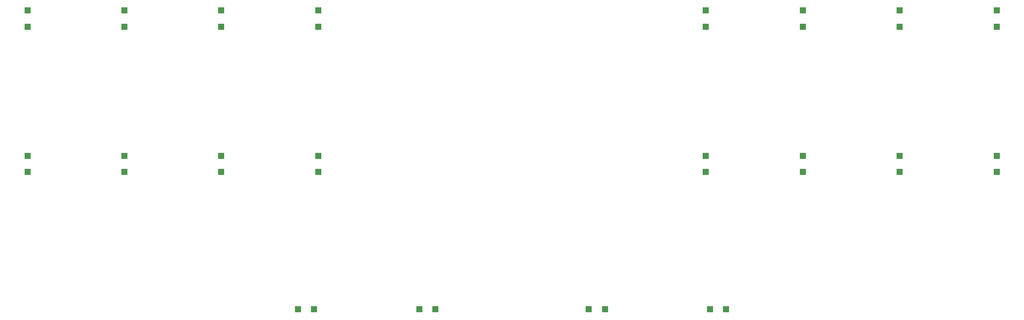
<source format=gtp>
%TF.GenerationSoftware,KiCad,Pcbnew,(6.0.0)*%
%TF.CreationDate,2022-01-10T09:23:07+09:00*%
%TF.ProjectId,orca_pcb,6f726361-5f70-4636-922e-6b696361645f,rev?*%
%TF.SameCoordinates,Original*%
%TF.FileFunction,Paste,Top*%
%TF.FilePolarity,Positive*%
%FSLAX46Y46*%
G04 Gerber Fmt 4.6, Leading zero omitted, Abs format (unit mm)*
G04 Created by KiCad (PCBNEW (6.0.0)) date 2022-01-10 09:23:07*
%MOMM*%
%LPD*%
G01*
G04 APERTURE LIST*
%ADD10R,1.200000X1.200000*%
G04 APERTURE END LIST*
D10*
%TO.C,D25*%
X142955000Y6000000D03*
X139805000Y6000000D03*
%TD*%
%TO.C,D24*%
X119205000Y6000000D03*
X116055000Y6000000D03*
%TD*%
%TO.C,D23*%
X85955000Y6000000D03*
X82805000Y6000000D03*
%TD*%
%TO.C,D22*%
X62205000Y6000000D03*
X59055000Y6000000D03*
%TD*%
%TO.C,D17*%
X196000000Y36075000D03*
X196000000Y32925000D03*
%TD*%
%TO.C,D16*%
X177000000Y32925000D03*
X177000000Y36075000D03*
%TD*%
%TO.C,D15*%
X158000000Y36075000D03*
X158000000Y32925000D03*
%TD*%
%TO.C,D14*%
X139000000Y36075000D03*
X139000000Y32925000D03*
%TD*%
%TO.C,D13*%
X63000000Y36075000D03*
X63000000Y32925000D03*
%TD*%
%TO.C,D12*%
X44000000Y36075000D03*
X44000000Y32925000D03*
%TD*%
%TO.C,D11*%
X25000000Y36075000D03*
X25000000Y32925000D03*
%TD*%
%TO.C,D10*%
X6000000Y36075000D03*
X6000000Y32925000D03*
%TD*%
%TO.C,D07*%
X196000000Y64575000D03*
X196000000Y61425000D03*
%TD*%
%TO.C,D06*%
X177000000Y64575000D03*
X177000000Y61425000D03*
%TD*%
%TO.C,D05*%
X158000000Y64575000D03*
X158000000Y61425000D03*
%TD*%
%TO.C,D04*%
X139000000Y64575000D03*
X139000000Y61425000D03*
%TD*%
%TO.C,D03*%
X63000000Y64575000D03*
X63000000Y61425000D03*
%TD*%
%TO.C,D02*%
X44000000Y61425000D03*
X44000000Y64575000D03*
%TD*%
%TO.C,D01*%
X25000000Y64575000D03*
X25000000Y61425000D03*
%TD*%
%TO.C,D00*%
X6000000Y64575000D03*
X6000000Y61425000D03*
%TD*%
M02*

</source>
